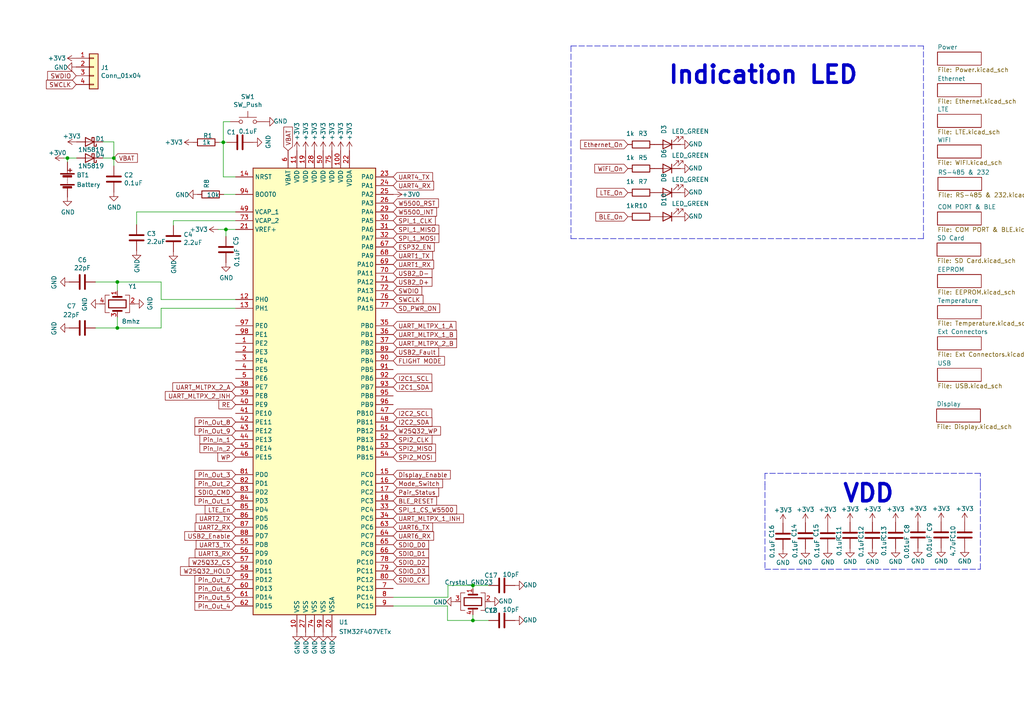
<source format=kicad_sch>
(kicad_sch (version 20211123) (generator eeschema)
  (paper "A4")
  (lib_symbols
    (symbol "Connector_Generic:Conn_01x04" (pin_names (offset 1.016) hide)
      (property "Reference" "J" (at 0 5.08 0))
      (property "Value" "Conn_01x04" (at 0 -7.62 0))
      (symbol "Conn_01x04_1_1"
        (rectangle (start -1.27 -4.953) (end 0 -5.207) (stroke (width 0.1524)))
        (rectangle (start -1.27 -2.413) (end 0 -2.667) (stroke (width 0.1524)))
        (rectangle (start -1.27 0.127) (end 0 -0.127) (stroke (width 0.1524)))
        (rectangle (start -1.27 2.667) (end 0 2.413) (stroke (width 0.1524)))
        (rectangle (start -1.27 3.81) (end 1.27 -6.35) (stroke (width 0.254)) (fill (type background)))
        (pin passive line (at -5.08 2.54 0) (length 3.81) (name "Pin_1") (number "1"))
        (pin passive line (at -5.08 0 0) (length 3.81) (name "Pin_2") (number "2"))
        (pin passive line (at -5.08 -2.54 0) (length 3.81) (name "Pin_3") (number "3"))
        (pin passive line (at -5.08 -5.08 0) (length 3.81) (name "Pin_4") (number "4"))
      )
    )
    (symbol "Device:Battery" (pin_numbers hide) (pin_names (offset 0) hide)
      (property "Reference" "BT" (at 2.54 2.54 0))
      (property "Value" "Battery" (at 2.54 0 0))
      (symbol "Battery_0_1"
        (rectangle (start -2.032 -1.397) (end 2.032 -1.651) (fill (type outline)))
        (rectangle (start -2.032 1.778) (end 2.032 1.524) (fill (type outline)))
        (rectangle (start -1.3208 -1.9812) (end 1.27 -2.4892) (fill (type outline)))
        (rectangle (start -1.3208 1.1938) (end 1.27 0.6858) (fill (type outline)))
        (polyline (pts (xy 0 -1.524) (xy 0 -1.27)))
        (polyline (pts (xy 0 -1.016) (xy 0 -0.762)))
        (polyline (pts (xy 0 -0.508) (xy 0 -0.254)))
        (polyline (pts (xy 0 0) (xy 0 0.254)))
        (polyline (pts (xy 0 0.508) (xy 0 0.762)))
        (polyline (pts (xy 0 1.778) (xy 0 2.54)))
        (polyline (pts (xy 0.254 2.667) (xy 1.27 2.667)) (stroke (width 0.254)))
        (polyline (pts (xy 0.762 3.175) (xy 0.762 2.159)) (stroke (width 0.254)))
      )
      (symbol "Battery_1_1"
        (pin passive line (at 0 5.08 270) (length 2.54) (name "+") (number "1"))
        (pin passive line (at 0 -5.08 90) (length 2.54) (name "-") (number "2"))
      )
    )
    (symbol "Device:C" (pin_numbers hide) (pin_names (offset 0.254))
      (property "Reference" "C" (at 0.635 2.54 0))
      (property "Value" "C" (at 0.635 -2.54 0))
      (symbol "C_0_1"
        (polyline (pts (xy -2.032 -0.762) (xy 2.032 -0.762)) (stroke (width 0.508)))
        (polyline (pts (xy -2.032 0.762) (xy 2.032 0.762)) (stroke (width 0.508)))
      )
      (symbol "C_1_1"
        (pin passive line (at 0 3.81 270) (length 2.794) (name "~") (number "1"))
        (pin passive line (at 0 -3.81 90) (length 2.794) (name "~") (number "2"))
      )
    )
    (symbol "Device:Crystal_GND23" (pin_names (offset 1.016) hide)
      (property "Reference" "Y" (at 3.175 5.08 0))
      (property "Value" "Crystal_GND23" (at 3.175 3.175 0))
      (symbol "Crystal_GND23_0_1"
        (rectangle (start -1.143 2.54) (end 1.143 -2.54) (stroke (width 0.3048)))
        (polyline (pts (xy -2.54 0) (xy -2.032 0)))
        (polyline (pts (xy -2.032 -1.27) (xy -2.032 1.27)) (stroke (width 0.508)))
        (polyline (pts (xy 0 -3.81) (xy 0 -3.556)))
        (polyline (pts (xy 0 3.556) (xy 0 3.81)))
        (polyline (pts (xy 2.032 -1.27) (xy 2.032 1.27)) (stroke (width 0.508)))
        (polyline (pts (xy 2.032 0) (xy 2.54 0)))
        (polyline (pts (xy -2.54 -2.286) (xy -2.54 -3.556) (xy 2.54 -3.556) (xy 2.54 -2.286)))
        (polyline (pts (xy -2.54 2.286) (xy -2.54 3.556) (xy 2.54 3.556) (xy 2.54 2.286)))
      )
      (symbol "Crystal_GND23_1_1"
        (pin passive line (at -3.81 0 0) (length 1.27) (name "1") (number "1"))
        (pin passive line (at 0 5.08 270) (length 1.27) (name "2") (number "2"))
        (pin passive line (at 0 -5.08 90) (length 1.27) (name "3") (number "3"))
        (pin passive line (at 3.81 0 180) (length 1.27) (name "4") (number "4"))
      )
    )
    (symbol "Device:Crystal_GND24" (pin_names (offset 1.016) hide)
      (property "Reference" "Y" (at 3.175 5.08 0))
      (property "Value" "Crystal_GND24" (at 3.175 3.175 0))
      (symbol "Crystal_GND24_0_1"
        (rectangle (start -1.143 2.54) (end 1.143 -2.54) (stroke (width 0.3048)))
        (polyline (pts (xy -2.54 0) (xy -2.032 0)))
        (polyline (pts (xy -2.032 -1.27) (xy -2.032 1.27)) (stroke (width 0.508)))
        (polyline (pts (xy 0 -3.81) (xy 0 -3.556)))
        (polyline (pts (xy 0 3.556) (xy 0 3.81)))
        (polyline (pts (xy 2.032 -1.27) (xy 2.032 1.27)) (stroke (width 0.508)))
        (polyline (pts (xy 2.032 0) (xy 2.54 0)))
        (polyline (pts (xy -2.54 -2.286) (xy -2.54 -3.556) (xy 2.54 -3.556) (xy 2.54 -2.286)))
        (polyline (pts (xy -2.54 2.286) (xy -2.54 3.556) (xy 2.54 3.556) (xy 2.54 2.286)))
      )
      (symbol "Crystal_GND24_1_1"
        (pin passive line (at -3.81 0 0) (length 1.27) (name "1") (number "1"))
        (pin passive line (at 0 5.08 270) (length 1.27) (name "2") (number "2"))
        (pin passive line (at 3.81 0 180) (length 1.27) (name "3") (number "3"))
        (pin passive line (at 0 -5.08 90) (length 1.27) (name "4") (number "4"))
      )
    )
    (symbol "Device:LED" (pin_numbers hide) (pin_names (offset 1.016) hide)
      (property "Reference" "D" (at 0 2.54 0))
      (property "Value" "LED" (at 0 -2.54 0))
      (symbol "LED_0_1"
        (polyline (pts (xy -1.27 -1.27) (xy -1.27 1.27)) (stroke (width 0.254)))
        (polyline (pts (xy -1.27 0) (xy 1.27 0)))
        (polyline (pts (xy 1.27 -1.27) (xy 1.27 1.27) (xy -1.27 0) (xy 1.27 -1.27)) (stroke (width 0.254)))
        (polyline (pts (xy -3.048 -0.762) (xy -4.572 -2.286) (xy -3.81 -2.286) (xy -4.572 -2.286) (xy -4.572 -1.524)))
        (polyline (pts (xy -1.778 -0.762) (xy -3.302 -2.286) (xy -2.54 -2.286) (xy -3.302 -2.286) (xy -3.302 -1.524)))
      )
      (symbol "LED_1_1"
        (pin passive line (at -3.81 0 0) (length 2.54) (name "K") (number "1"))
        (pin passive line (at 3.81 0 180) (length 2.54) (name "A") (number "2"))
      )
    )
    (symbol "Device:R" (pin_numbers hide) (pin_names (offset 0))
      (property "Reference" "R" (at 2.032 0 90))
      (property "Value" "R" (at 0 0 90))
      (symbol "R_0_1"
        (rectangle (start -1.016 -2.54) (end 1.016 2.54) (stroke (width 0.254)))
      )
      (symbol "R_1_1"
        (pin passive line (at 0 3.81 270) (length 1.27) (name "~") (number "1"))
        (pin passive line (at 0 -3.81 90) (length 1.27) (name "~") (number "2"))
      )
    )
    (symbol "Diode:1N5819" (pin_numbers hide) (pin_names (offset 1.016) hide)
      (property "Reference" "D" (at 0 2.54 0))
      (property "Value" "1N5819" (at 0 -2.54 0))
      (symbol "1N5819_0_1"
        (polyline (pts (xy 1.27 0) (xy -1.27 0)))
        (polyline (pts (xy 1.27 1.27) (xy 1.27 -1.27) (xy -1.27 0) (xy 1.27 1.27)) (stroke (width 0.254)))
        (polyline (pts (xy -1.905 0.635) (xy -1.905 1.27) (xy -1.27 1.27) (xy -1.27 -1.27) (xy -0.635 -1.27) (xy -0.635 -0.635)) (stroke (width 0.254)))
      )
      (symbol "1N5819_1_1"
        (pin passive line (at -3.81 0 0) (length 2.54) (name "K") (number "1"))
        (pin passive line (at 3.81 0 180) (length 2.54) (name "A") (number "2"))
      )
    )
    (symbol "MCU_ST_STM32F4:STM32F407VETx"
      (property "Reference" "U" (at -17.78 64.77 0))
      (property "Value" "STM32F407VETx" (at 12.7 64.77 0))
      (symbol "STM32F407VETx_0_1"
        (rectangle (start -17.78 -66.04) (end 17.78 63.5) (stroke (width 0.254)) (fill (type background)))
      )
      (symbol "STM32F407VETx_1_1"
        (pin bidirectional line (at -22.86 12.7 0) (length 5.08) (name "PE2") (number "1"))
        (pin power_in line (at -5.08 -71.12 90) (length 5.08) (name "VSS") (number "10"))
        (pin power_in line (at 7.62 68.58 270) (length 5.08) (name "VDD") (number "100"))
        (pin power_in line (at -5.08 68.58 270) (length 5.08) (name "VDD") (number "11"))
        (pin input line (at -22.86 25.4 0) (length 5.08) (name "PH0") (number "12"))
        (pin input line (at -22.86 22.86 0) (length 5.08) (name "PH1") (number "13"))
        (pin input line (at -22.86 60.96 0) (length 5.08) (name "NRST") (number "14"))
        (pin bidirectional line (at 22.86 -25.4 180) (length 5.08) (name "PC0") (number "15"))
        (pin bidirectional line (at 22.86 -27.94 180) (length 5.08) (name "PC1") (number "16"))
        (pin bidirectional line (at 22.86 -30.48 180) (length 5.08) (name "PC2") (number "17"))
        (pin bidirectional line (at 22.86 -33.02 180) (length 5.08) (name "PC3") (number "18"))
        (pin power_in line (at -2.54 68.58 270) (length 5.08) (name "VDD") (number "19"))
        (pin bidirectional line (at -22.86 10.16 0) (length 5.08) (name "PE3") (number "2"))
        (pin power_in line (at 5.08 -71.12 90) (length 5.08) (name "VSSA") (number "20"))
        (pin power_in line (at -22.86 45.72 0) (length 5.08) (name "VREF+") (number "21"))
        (pin power_in line (at 10.16 68.58 270) (length 5.08) (name "VDDA") (number "22"))
        (pin bidirectional line (at 22.86 60.96 180) (length 5.08) (name "PA0") (number "23"))
        (pin bidirectional line (at 22.86 58.42 180) (length 5.08) (name "PA1") (number "24"))
        (pin bidirectional line (at 22.86 55.88 180) (length 5.08) (name "PA2") (number "25"))
        (pin bidirectional line (at 22.86 53.34 180) (length 5.08) (name "PA3") (number "26"))
        (pin power_in line (at -2.54 -71.12 90) (length 5.08) (name "VSS") (number "27"))
        (pin power_in line (at 0 68.58 270) (length 5.08) (name "VDD") (number "28"))
        (pin bidirectional line (at 22.86 50.8 180) (length 5.08) (name "PA4") (number "29"))
        (pin bidirectional line (at -22.86 7.62 0) (length 5.08) (name "PE4") (number "3"))
        (pin bidirectional line (at 22.86 48.26 180) (length 5.08) (name "PA5") (number "30"))
        (pin bidirectional line (at 22.86 45.72 180) (length 5.08) (name "PA6") (number "31"))
        (pin bidirectional line (at 22.86 43.18 180) (length 5.08) (name "PA7") (number "32"))
        (pin bidirectional line (at 22.86 -35.56 180) (length 5.08) (name "PC4") (number "33"))
        (pin bidirectional line (at 22.86 -38.1 180) (length 5.08) (name "PC5") (number "34"))
        (pin bidirectional line (at 22.86 17.78 180) (length 5.08) (name "PB0") (number "35"))
        (pin bidirectional line (at 22.86 15.24 180) (length 5.08) (name "PB1") (number "36"))
        (pin bidirectional line (at 22.86 12.7 180) (length 5.08) (name "PB2") (number "37"))
        (pin bidirectional line (at -22.86 0 0) (length 5.08) (name "PE7") (number "38"))
        (pin bidirectional line (at -22.86 -2.54 0) (length 5.08) (name "PE8") (number "39"))
        (pin bidirectional line (at -22.86 5.08 0) (length 5.08) (name "PE5") (number "4"))
        (pin bidirectional line (at -22.86 -5.08 0) (length 5.08) (name "PE9") (number "40"))
        (pin bidirectional line (at -22.86 -7.62 0) (length 5.08) (name "PE10") (number "41"))
        (pin bidirectional line (at -22.86 -10.16 0) (length 5.08) (name "PE11") (number "42"))
        (pin bidirectional line (at -22.86 -12.7 0) (length 5.08) (name "PE12") (number "43"))
        (pin bidirectional line (at -22.86 -15.24 0) (length 5.08) (name "PE13") (number "44"))
        (pin bidirectional line (at -22.86 -17.78 0) (length 5.08) (name "PE14") (number "45"))
        (pin bidirectional line (at -22.86 -20.32 0) (length 5.08) (name "PE15") (number "46"))
        (pin bidirectional line (at 22.86 -7.62 180) (length 5.08) (name "PB10") (number "47"))
        (pin bidirectional line (at 22.86 -10.16 180) (length 5.08) (name "PB11") (number "48"))
        (pin power_in line (at -22.86 50.8 0) (length 5.08) (name "VCAP_1") (number "49"))
        (pin bidirectional line (at -22.86 2.54 0) (length 5.08) (name "PE6") (number "5"))
        (pin power_in line (at 2.54 68.58 270) (length 5.08) (name "VDD") (number "50"))
        (pin bidirectional line (at 22.86 -12.7 180) (length 5.08) (name "PB12") (number "51"))
        (pin bidirectional line (at 22.86 -15.24 180) (length 5.08) (name "PB13") (number "52"))
        (pin bidirectional line (at 22.86 -17.78 180) (length 5.08) (name "PB14") (number "53"))
        (pin bidirectional line (at 22.86 -20.32 180) (length 5.08) (name "PB15") (number "54"))
        (pin bidirectional line (at -22.86 -45.72 0) (length 5.08) (name "PD8") (number "55"))
        (pin bidirectional line (at -22.86 -48.26 0) (length 5.08) (name "PD9") (number "56"))
        (pin bidirectional line (at -22.86 -50.8 0) (length 5.08) (name "PD10") (number "57"))
        (pin bidirectional line (at -22.86 -53.34 0) (length 5.08) (name "PD11") (number "58"))
        (pin bidirectional line (at -22.86 -55.88 0) (length 5.08) (name "PD12") (number "59"))
        (pin power_in line (at -7.62 68.58 270) (length 5.08) (name "VBAT") (number "6"))
        (pin bidirectional line (at -22.86 -58.42 0) (length 5.08) (name "PD13") (number "60"))
        (pin bidirectional line (at -22.86 -60.96 0) (length 5.08) (name "PD14") (number "61"))
        (pin bidirectional line (at -22.86 -63.5 0) (length 5.08) (name "PD15") (number "62"))
        (pin bidirectional line (at 22.86 -40.64 180) (length 5.08) (name "PC6") (number "63"))
        (pin bidirectional line (at 22.86 -43.18 180) (length 5.08) (name "PC7") (number "64"))
        (pin bidirectional line (at 22.86 -45.72 180) (length 5.08) (name "PC8") (number "65"))
        (pin bidirectional line (at 22.86 -48.26 180) (length 5.08) (name "PC9") (number "66"))
        (pin bidirectional line (at 22.86 40.64 180) (length 5.08) (name "PA8") (number "67"))
        (pin bidirectional line (at 22.86 38.1 180) (length 5.08) (name "PA9") (number "68"))
        (pin bidirectional line (at 22.86 35.56 180) (length 5.08) (name "PA10") (number "69"))
        (pin bidirectional line (at 22.86 -58.42 180) (length 5.08) (name "PC13") (number "7"))
        (pin bidirectional line (at 22.86 33.02 180) (length 5.08) (name "PA11") (number "70"))
        (pin bidirectional line (at 22.86 30.48 180) (length 5.08) (name "PA12") (number "71"))
        (pin bidirectional line (at 22.86 27.94 180) (length 5.08) (name "PA13") (number "72"))
        (pin power_in line (at -22.86 48.26 0) (length 5.08) (name "VCAP_2") (number "73"))
        (pin power_in line (at 0 -71.12 90) (length 5.08) (name "VSS") (number "74"))
        (pin power_in line (at 5.08 68.58 270) (length 5.08) (name "VDD") (number "75"))
        (pin bidirectional line (at 22.86 25.4 180) (length 5.08) (name "PA14") (number "76"))
        (pin bidirectional line (at 22.86 22.86 180) (length 5.08) (name "PA15") (number "77"))
        (pin bidirectional line (at 22.86 -50.8 180) (length 5.08) (name "PC10") (number "78"))
        (pin bidirectional line (at 22.86 -53.34 180) (length 5.08) (name "PC11") (number "79"))
        (pin bidirectional line (at 22.86 -60.96 180) (length 5.08) (name "PC14") (number "8"))
        (pin bidirectional line (at 22.86 -55.88 180) (length 5.08) (name "PC12") (number "80"))
        (pin bidirectional line (at -22.86 -25.4 0) (length 5.08) (name "PD0") (number "81"))
        (pin bidirectional line (at -22.86 -27.94 0) (length 5.08) (name "PD1") (number "82"))
        (pin bidirectional line (at -22.86 -30.48 0) (length 5.08) (name "PD2") (number "83"))
        (pin bidirectional line (at -22.86 -33.02 0) (length 5.08) (name "PD3") (number "84"))
        (pin bidirectional line (at -22.86 -35.56 0) (length 5.08) (name "PD4") (number "85"))
        (pin bidirectional line (at -22.86 -38.1 0) (length 5.08) (name "PD5") (number "86"))
        (pin bidirectional line (at -22.86 -40.64 0) (length 5.08) (name "PD6") (number "87"))
        (pin bidirectional line (at -22.86 -43.18 0) (length 5.08) (name "PD7") (number "88"))
        (pin bidirectional line (at 22.86 10.16 180) (length 5.08) (name "PB3") (number "89"))
        (pin bidirectional line (at 22.86 -63.5 180) (length 5.08) (name "PC15") (number "9"))
        (pin bidirectional line (at 22.86 7.62 180) (length 5.08) (name "PB4") (number "90"))
        (pin bidirectional line (at 22.86 5.08 180) (length 5.08) (name "PB5") (number "91"))
        (pin bidirectional line (at 22.86 2.54 180) (length 5.08) (name "PB6") (number "92"))
        (pin bidirectional line (at 22.86 0 180) (length 5.08) (name "PB7") (number "93"))
        (pin input line (at -22.86 55.88 0) (length 5.08) (name "BOOT0") (number "94"))
        (pin bidirectional line (at 22.86 -2.54 180) (length 5.08) (name "PB8") (number "95"))
        (pin bidirectional line (at 22.86 -5.08 180) (length 5.08) (name "PB9") (number "96"))
        (pin bidirectional line (at -22.86 17.78 0) (length 5.08) (name "PE0") (number "97"))
        (pin bidirectional line (at -22.86 15.24 0) (length 5.08) (name "PE1") (number "98"))
        (pin power_in line (at 2.54 -71.12 90) (length 5.08) (name "VSS") (number "99"))
      )
    )
    (symbol "Switch:SW_Push" (pin_numbers hide) (pin_names (offset 1.016) hide)
      (property "Reference" "SW" (at 1.27 2.54 0))
      (property "Value" "SW_Push" (at 0 -1.524 0))
      (symbol "SW_Push_0_1"
        (circle (center -2.032 0) (radius 0.508))
        (polyline (pts (xy 0 1.27) (xy 0 3.048)))
        (polyline (pts (xy 2.54 1.27) (xy -2.54 1.27)))
        (circle (center 2.032 0) (radius 0.508))
        (pin passive line (at -5.08 0 0) (length 2.54) (name "1") (number "1"))
        (pin passive line (at 5.08 0 180) (length 2.54) (name "2") (number "2"))
      )
    )
    (symbol "power:+3.3V" (power) (pin_names (offset 0))
      (property "Value" "+3.3V" (at 0 3.556 0))
      (symbol "+3.3V_0_1"
        (polyline (pts (xy -0.762 1.27) (xy 0 2.54)))
        (polyline (pts (xy 0 0) (xy 0 2.54)))
        (polyline (pts (xy 0 2.54) (xy 0.762 1.27)))
      )
      (symbol "+3.3V_1_1"
        (pin power_in line (at 0 0 90) (length 0) hide (name "+3V3") (number "1"))
      )
    )
    (symbol "power:+3V0" (power) (pin_names (offset 0))
      (property "Value" "+3V0" (at 0 3.556 0))
      (symbol "+3V0_0_1"
        (polyline (pts (xy -0.762 1.27) (xy 0 2.54)))
        (polyline (pts (xy 0 0) (xy 0 2.54)))
        (polyline (pts (xy 0 2.54) (xy 0.762 1.27)))
      )
      (symbol "+3V0_1_1"
        (pin power_in line (at 0 0 90) (length 0) hide (name "+3V0") (number "1"))
      )
    )
    (symbol "power:GND" (power) (pin_names (offset 0))
      (property "Value" "GND" (at 0 -3.81 0))
      (symbol "GND_0_1"
        (polyline (pts (xy 0 0) (xy 0 -1.27) (xy 1.27 -1.27) (xy 0 -2.54) (xy -1.27 -1.27) (xy 0 -1.27)))
      )
      (symbol "GND_1_1"
        (pin power_in line (at 0 0 270) (length 0) hide (name "GND") (number "1"))
      )
    )
  )
  (junction (at 34.036 95.123))
  (junction (at 33.02 45.847))
  (junction (at 137.16 179.959))
  (junction (at 65.532 66.548))
  (junction (at 64.77 41.275))
  (junction (at 34.036 81.788))
  (junction (at 19.558 45.847))
  (junction (at 137.16 169.799))
  (wire (pts (xy 129.921 169.799) (xy 137.16 169.799)))
  (wire (pts (xy 129.794 179.959) (xy 137.16 179.959)))
  (wire (pts (xy 65.532 66.548) (xy 68.326 66.548)))
  (polyline (pts (xy 165.608 69.215) (xy 267.843 69.215)))
  (wire (pts (xy 39.624 61.468) (xy 39.624 65.151)))
  (wire (pts (xy 46.736 81.788) (xy 34.036 81.788)))
  (polyline (pts (xy 221.869 140.462) (xy 221.869 149.352)))
  (wire (pts (xy 29.845 41.148) (xy 33.02 41.148)))
  (wire (pts (xy 68.326 89.408) (xy 46.736 89.408)))
  (wire (pts (xy 63.627 41.275) (xy 64.77 41.275)))
  (wire (pts (xy 66.802 35.306) (xy 64.77 35.306)))
  (wire (pts (xy 46.736 89.408) (xy 46.736 95.123)))
  (wire (pts (xy 33.02 45.847) (xy 29.845 45.847)))
  (wire (pts (xy 50.292 64.008) (xy 50.292 65.405)))
  (polyline (pts (xy 221.869 165.1) (xy 284.353 165.1)))
  (wire (pts (xy 137.16 179.959) (xy 137.16 178.308)))
  (wire (pts (xy 18.542 45.847) (xy 19.558 45.847)))
  (polyline (pts (xy 165.608 13.335) (xy 165.608 69.215)))
  (wire (pts (xy 19.558 45.847) (xy 22.225 45.847)))
  (wire (pts (xy 46.736 86.868) (xy 46.736 81.788)))
  (wire (pts (xy 34.036 95.123) (xy 34.036 91.948)))
  (wire (pts (xy 64.77 51.308) (xy 64.77 41.275)))
  (wire (pts (xy 68.326 64.008) (xy 50.292 64.008)))
  (polyline (pts (xy 284.353 140.462) (xy 284.353 137.287)))
  (wire (pts (xy 68.326 61.468) (xy 39.624 61.468)))
  (wire (pts (xy 33.02 41.148) (xy 33.02 45.847)))
  (wire (pts (xy 141.732 169.799) (xy 137.16 169.799)))
  (wire (pts (xy 64.897 56.388) (xy 68.326 56.388)))
  (wire (pts (xy 34.036 81.788) (xy 34.036 84.328)))
  (wire (pts (xy 141.732 179.959) (xy 137.16 179.959)))
  (wire (pts (xy 19.558 45.847) (xy 19.558 46.99)))
  (polyline (pts (xy 221.869 149.352) (xy 221.869 165.1)))
  (wire (pts (xy 64.77 35.306) (xy 64.77 41.275)))
  (wire (pts (xy 46.736 95.123) (xy 34.036 95.123)))
  (wire (pts (xy 65.532 66.548) (xy 65.532 68.58)))
  (wire (pts (xy 114.046 175.768) (xy 129.794 175.768)))
  (polyline (pts (xy 267.843 69.215) (xy 267.843 13.335)))
  (polyline (pts (xy 221.869 137.287) (xy 221.869 140.462)))
  (wire (pts (xy 64.77 41.275) (xy 65.786 41.275)))
  (wire (pts (xy 63.246 66.548) (xy 65.532 66.548)))
  (wire (pts (xy 68.326 86.868) (xy 46.736 86.868)))
  (wire (pts (xy 27.686 81.788) (xy 34.036 81.788)))
  (polyline (pts (xy 284.353 165.1) (xy 284.353 140.462)))
  (wire (pts (xy 129.921 173.228) (xy 129.921 169.799)))
  (wire (pts (xy 137.16 169.799) (xy 137.16 170.688)))
  (wire (pts (xy 27.686 95.123) (xy 34.036 95.123)))
  (wire (pts (xy 68.326 51.308) (xy 64.77 51.308)))
  (polyline (pts (xy 267.843 13.335) (xy 165.608 13.335)))
  (wire (pts (xy 33.02 45.847) (xy 33.02 48.133)))
  (polyline (pts (xy 284.353 137.287) (xy 221.869 137.287)))
  (wire (pts (xy 114.046 173.228) (xy 129.921 173.228)))
  (wire (pts (xy 129.794 175.768) (xy 129.794 179.959)))
  (text "VDD" (at 244.094 146.177 0) (effects (font (size 5 5) (thickness 1) bold) (justify left bottom)))
  (text "Indication LED" (at 193.548 24.765 0) (effects (font (size 5.0038 5.0038) (thickness 1.0008) bold) (justify left bottom)))
  (global_label "W25Q32_CS" (shape input) (at 68.326 163.068 180) (property "Intersheet References" "${INTERSHEET_REFS}" (effects hide)))
  (global_label "Pin_Out_1" (shape input) (at 68.326 145.288 180) (property "Intersheet References" "${INTERSHEET_REFS}" (effects hide)))
  (global_label "SDIO_CK" (shape input) (at 114.046 168.148 0) (property "Intersheet References" "${INTERSHEET_REFS}" (effects hide)))
  (global_label "VBAT" (shape input) (at 33.02 45.847 0) (property "Intersheet References" "${INTERSHEET_REFS}" (effects hide)))
  (global_label "ESP32_EN" (shape input) (at 114.046 71.628 0) (property "Intersheet References" "${INTERSHEET_REFS}" (effects hide)))
  (global_label "SDIO_D2" (shape input) (at 114.046 163.068 0) (property "Intersheet References" "${INTERSHEET_REFS}" (effects hide)))
  (global_label "UART6_TX" (shape input) (at 114.046 152.908 0) (property "Intersheet References" "${INTERSHEET_REFS}" (effects hide)))
  (global_label "UART1_RX" (shape input) (at 114.046 76.708 0) (property "Intersheet References" "${INTERSHEET_REFS}" (effects hide)))
  (global_label "Pin_In_2" (shape input) (at 68.326 130.048 180) (property "Intersheet References" "${INTERSHEET_REFS}" (effects hide)))
  (global_label "I2C1_SDA" (shape input) (at 114.046 112.268 0) (property "Intersheet References" "${INTERSHEET_REFS}" (effects hide)))
  (global_label "LTE_RXD" (shape input) (at 161.036 -41.656 180) (property "Intersheet References" "${INTERSHEET_REFS}" (effects hide)))
  (global_label "I2C2_SDA" (shape input) (at 114.046 122.428 0) (property "Intersheet References" "${INTERSHEET_REFS}" (effects hide)))
  (global_label "UART_MLTPX_2_INH" (shape input) (at 68.326 114.808 180) (property "Intersheet References" "${INTERSHEET_REFS}" (effects hide)))
  (global_label "SD_PWR_ON" (shape input) (at 114.046 89.408 0) (property "Intersheet References" "${INTERSHEET_REFS}" (effects hide)))
  (global_label "I2C1_SCL" (shape input) (at 114.046 109.728 0) (property "Intersheet References" "${INTERSHEET_REFS}" (effects hide)))
  (global_label "UART_MLTPX_1_RX" (shape input) (at 161.036 -34.036 180) (property "Intersheet References" "${INTERSHEET_REFS}" (effects hide)))
  (global_label "VBAT" (shape input) (at 83.566 43.688 90) (property "Intersheet References" "${INTERSHEET_REFS}" (effects hide)))
  (global_label "SWDIO" (shape input) (at 114.046 84.328 0) (property "Intersheet References" "${INTERSHEET_REFS}" (effects hide)))
  (global_label "Pin_Out_2" (shape input) (at 68.326 140.208 180) (property "Intersheet References" "${INTERSHEET_REFS}" (effects hide)))
  (global_label "Pin_Out_6" (shape input) (at 68.326 170.688 180) (property "Intersheet References" "${INTERSHEET_REFS}" (effects hide)))
  (global_label "Pin_Out_8" (shape input) (at 68.326 122.428 180) (property "Intersheet References" "${INTERSHEET_REFS}" (effects hide)))
  (global_label "DWIN_Rx" (shape input) (at 204.597 -125.603 0) (property "Intersheet References" "${INTERSHEET_REFS}" (effects hide)))
  (global_label "Pin_In_1" (shape input) (at 68.326 127.508 180) (property "Intersheet References" "${INTERSHEET_REFS}" (effects hide)))
  (global_label "Pair_Status" (shape input) (at 114.046 142.748 0) (property "Intersheet References" "${INTERSHEET_REFS}" (effects hide)))
  (global_label "LTE_On" (shape input) (at 182.118 55.88 180) (property "Intersheet References" "${INTERSHEET_REFS}" (effects hide)))
  (global_label "SPI2_MOSI" (shape input) (at 114.046 132.588 0) (property "Intersheet References" "${INTERSHEET_REFS}" (effects hide)))
  (global_label "SPI_1_MOSI" (shape input) (at 114.046 69.088 0) (property "Intersheet References" "${INTERSHEET_REFS}" (effects hide)))
  (global_label "W25Q32_WP" (shape input) (at 114.046 124.968 0) (property "Intersheet References" "${INTERSHEET_REFS}" (effects hide)))
  (global_label "USB2_Enable" (shape input) (at 68.326 155.448 180) (property "Intersheet References" "${INTERSHEET_REFS}" (effects hide)))
  (global_label "SWDIO" (shape input) (at 22.098 21.971 180) (property "Intersheet References" "${INTERSHEET_REFS}" (effects hide)))
  (global_label "SDIO_D3" (shape input) (at 114.046 165.608 0) (property "Intersheet References" "${INTERSHEET_REFS}" (effects hide)))
  (global_label "UART_MLTPX_2_B" (shape input) (at 114.046 99.568 0) (property "Intersheet References" "${INTERSHEET_REFS}" (effects hide)))
  (global_label "SPI_1_MISO" (shape input) (at 114.046 66.548 0) (property "Intersheet References" "${INTERSHEET_REFS}" (effects hide)))
  (global_label "W5500_RST" (shape input) (at 114.046 58.928 0) (property "Intersheet References" "${INTERSHEET_REFS}" (effects hide)))
  (global_label "UART1_TX" (shape input) (at 114.046 74.168 0) (property "Intersheet References" "${INTERSHEET_REFS}" (effects hide)))
  (global_label "LTE_En" (shape input) (at 68.326 147.828 180) (property "Intersheet References" "${INTERSHEET_REFS}" (effects hide)))
  (global_label "UART_MLTPX_1_B" (shape input) (at 114.046 97.028 0) (property "Intersheet References" "${INTERSHEET_REFS}" (effects hide)))
  (global_label "I2C2_SCL" (shape input) (at 114.046 119.888 0) (property "Intersheet References" "${INTERSHEET_REFS}" (effects hide)))
  (global_label "SPI_1_CLK" (shape input) (at 114.046 64.008 0) (property "Intersheet References" "${INTERSHEET_REFS}" (effects hide)))
  (global_label "SPI_1_CS_W5500" (shape input) (at 114.046 147.828 0) (property "Intersheet References" "${INTERSHEET_REFS}" (effects hide)))
  (global_label "LTE_On" (shape input) (at 161.036 -87.376 180) (property "Intersheet References" "${INTERSHEET_REFS}" (effects hide)))
  (global_label "FLIGHT MODE" (shape input) (at 114.046 104.648 0) (property "Intersheet References" "${INTERSHEET_REFS}" (effects hide)))
  (global_label "Display_Enable" (shape input) (at 114.046 137.668 0) (property "Intersheet References" "${INTERSHEET_REFS}" (effects hide)))
  (global_label "UART_MLTPX_1_INH" (shape input) (at 114.046 150.368 0) (property "Intersheet References" "${INTERSHEET_REFS}" (effects hide)))
  (global_label "Ethernet_On" (shape input) (at 161.036 -92.456 180) (property "Intersheet References" "${INTERSHEET_REFS}" (effects hide)))
  (global_label "ESP32_RXD" (shape input) (at 204.597 -24.003 0) (property "Intersheet References" "${INTERSHEET_REFS}" (effects hide)))
  (global_label "BLE_On" (shape input) (at 161.036 -84.836 180) (property "Intersheet References" "${INTERSHEET_REFS}" (effects hide)))
  (global_label "Pin_Out_3" (shape input) (at 68.326 137.668 180) (property "Intersheet References" "${INTERSHEET_REFS}" (effects hide)))
  (global_label "UART2_TX" (shape input) (at 68.326 150.368 180) (property "Intersheet References" "${INTERSHEET_REFS}" (effects hide)))
  (global_label "UART_MLTPX_2_A" (shape input) (at 68.326 112.268 180) (property "Intersheet References" "${INTERSHEET_REFS}" (effects hide)))
  (global_label "UART_MLTPX_2_TX" (shape input) (at 204.597 -105.283 0) (property "Intersheet References" "${INTERSHEET_REFS}" (effects hide)))
  (global_label "UART_MLTPX_2_RX" (shape input) (at 204.597 -102.743 0) (property "Intersheet References" "${INTERSHEET_REFS}" (effects hide)))
  (global_label "Pin_Out_4" (shape input) (at 68.326 175.768 180) (property "Intersheet References" "${INTERSHEET_REFS}" (effects hide)))
  (global_label "SPI2_CLK" (shape input) (at 114.046 127.508 0) (property "Intersheet References" "${INTERSHEET_REFS}" (effects hide)))
  (global_label "BLE_RESET" (shape input) (at 114.046 145.288 0) (property "Intersheet References" "${INTERSHEET_REFS}" (effects hide)))
  (global_label "UART2_RX" (shape input) (at 68.326 152.908 180) (property "Intersheet References" "${INTERSHEET_REFS}" (effects hide)))
  (global_label "ESP32_TXD" (shape input) (at 204.597 -26.543 0) (property "Intersheet References" "${INTERSHEET_REFS}" (effects hide)))
  (global_label "USB2_D-" (shape input) (at 114.046 79.248 0) (property "Intersheet References" "${INTERSHEET_REFS}" (effects hide)))
  (global_label "UART3_TX" (shape input) (at 68.326 157.988 180) (property "Intersheet References" "${INTERSHEET_REFS}" (effects hide)))
  (global_label "Pin_Out_5" (shape input) (at 68.326 173.228 180) (property "Intersheet References" "${INTERSHEET_REFS}" (effects hide)))
  (global_label "SDIO_D1" (shape input) (at 114.046 160.528 0) (property "Intersheet References" "${INTERSHEET_REFS}" (effects hide)))
  (global_label "UART4_RX" (shape input) (at 114.046 53.848 0) (property "Intersheet References" "${INTERSHEET_REFS}" (effects hide)))
  (global_label "RE" (shape input) (at 68.326 117.348 180) (property "Intersheet References" "${INTERSHEET_REFS}" (effects hide)))
  (global_label "WiFi_On" (shape input) (at 161.036 -89.916 180) (property "Intersheet References" "${INTERSHEET_REFS}" (effects hide)))
  (global_label "DWIN_Tx" (shape input) (at 204.597 -128.143 0) (property "Intersheet References" "${INTERSHEET_REFS}" (effects hide)))
  (global_label "UART3_RX" (shape input) (at 68.326 160.528 180) (property "Intersheet References" "${INTERSHEET_REFS}" (effects hide)))
  (global_label "Ethernet_On" (shape input) (at 182.118 41.91 180) (property "Intersheet References" "${INTERSHEET_REFS}" (effects hide)))
  (global_label "Pin_Out_9" (shape input) (at 68.326 124.968 180) (property "Intersheet References" "${INTERSHEET_REFS}" (effects hide)))
  (global_label "SWCLK" (shape input) (at 114.046 86.868 0) (property "Intersheet References" "${INTERSHEET_REFS}" (effects hide)))
  (global_label "UART_MLTPX_1_A" (shape input) (at 114.046 94.488 0) (property "Intersheet References" "${INTERSHEET_REFS}" (effects hide)))
  (global_label "SPI2_MISO" (shape input) (at 114.046 130.048 0) (property "Intersheet References" "${INTERSHEET_REFS}" (effects hide)))
  (global_label "UART_MLTPX_1_TX" (shape input) (at 161.036 -36.576 180) (property "Intersheet References" "${INTERSHEET_REFS}" (effects hide)))
  (global_label "SDIO_CMD" (shape input) (at 68.326 142.748 180) (property "Intersheet References" "${INTERSHEET_REFS}" (effects hide)))
  (global_label "LTE_TXD" (shape input) (at 161.036 -44.196 180) (property "Intersheet References" "${INTERSHEET_REFS}" (effects hide)))
  (global_label "W5500_INT" (shape input) (at 114.046 61.468 0) (property "Intersheet References" "${INTERSHEET_REFS}" (effects hide)))
  (global_label "USB2_D+" (shape input) (at 114.046 81.788 0) (property "Intersheet References" "${INTERSHEET_REFS}" (effects hide)))
  (global_label "SWCLK" (shape input) (at 22.098 24.511 180) (property "Intersheet References" "${INTERSHEET_REFS}" (effects hide)))
  (global_label "W25Q32_HOLD" (shape input) (at 68.326 165.608 180) (property "Intersheet References" "${INTERSHEET_REFS}" (effects hide)))
  (global_label "UART4_TX" (shape input) (at 114.046 51.308 0) (property "Intersheet References" "${INTERSHEET_REFS}" (effects hide)))
  (global_label "BLE_On" (shape input) (at 182.118 62.865 180) (property "Intersheet References" "${INTERSHEET_REFS}" (effects hide)))
  (global_label "WP" (shape input) (at 68.326 132.588 180) (property "Intersheet References" "${INTERSHEET_REFS}" (effects hide)))
  (global_label "Pin_Out_7" (shape input) (at 68.326 168.148 180) (property "Intersheet References" "${INTERSHEET_REFS}" (effects hide)))
  (global_label "USB2_Fault" (shape input) (at 114.046 102.108 0) (property "Intersheet References" "${INTERSHEET_REFS}" (effects hide)))
  (global_label "SDIO_D0" (shape input) (at 114.046 157.988 0) (property "Intersheet References" "${INTERSHEET_REFS}" (effects hide)))
  (global_label "UART6_RX" (shape input) (at 114.046 155.448 0) (property "Intersheet References" "${INTERSHEET_REFS}" (effects hide)))
  (global_label "WiFi_On" (shape input) (at 182.118 48.895 180) (property "Intersheet References" "${INTERSHEET_REFS}" (effects hide)))
  (global_label "Mode_Switch" (shape input) (at 114.046 140.208 0) (property "Intersheet References" "${INTERSHEET_REFS}" (effects hide)))
  (symbol (lib_id "Device:R") (at 185.928 41.91 90) (unit 1)
    (property "Reference" "R3" (at 187.833 38.735 90) (effects (justify left)))
    (property "Value" "1k" (at 184.023 38.735 90) (effects (justify left)))
    (property "Footprint" "Resistor_SMD:R_0603_1608Metric" (effects hide))
  )
  (symbol (lib_id "Device:LED") (at 193.548 41.91 180) (unit 1)
    (property "Reference" "D3" (at 192.5574 38.9128 90) (effects (justify right)))
    (property "Value" "LED_GREEN" (at 194.818 38.1 0) (effects (justify right)))
    (property "Footprint" "LED_SMD:LED_0603_1608Metric" (effects hide))
  )
  (symbol (lib_id "power:GND") (at 197.358 41.91 90) (unit 1)
    (property "Reference" "#PWR08" (effects hide))
    (property "Value" "GND" (at 201.7522 41.783 90))
  )
  (symbol (lib_id "Device:R") (at 185.928 48.895 90) (unit 1)
    (property "Reference" "R5" (at 187.833 45.72 90) (effects (justify left)))
    (property "Value" "1k" (at 184.023 45.72 90) (effects (justify left)))
    (property "Footprint" "Resistor_SMD:R_0603_1608Metric" (effects hide))
  )
  (symbol (lib_id "Device:LED") (at 193.548 48.895 180) (unit 1)
    (property "Reference" "D6" (at 192.5574 45.8978 90) (effects (justify right)))
    (property "Value" "LED_GREEN" (at 194.818 45.085 0) (effects (justify right)))
    (property "Footprint" "LED_SMD:LED_0603_1608Metric" (effects hide))
  )
  (symbol (lib_id "power:GND") (at 197.358 48.895 90) (unit 1)
    (property "Reference" "#PWR018" (effects hide))
    (property "Value" "GND" (at 201.7522 48.768 90))
  )
  (symbol (lib_id "Device:R") (at 185.928 55.88 90) (unit 1)
    (property "Reference" "R7" (at 187.833 52.705 90) (effects (justify left)))
    (property "Value" "1k" (at 184.023 52.705 90) (effects (justify left)))
    (property "Footprint" "Resistor_SMD:R_0603_1608Metric" (effects hide))
  )
  (symbol (lib_id "Device:LED") (at 193.548 55.88 180) (unit 1)
    (property "Reference" "D8" (at 192.5574 52.8828 90) (effects (justify right)))
    (property "Value" "LED_GREEN" (at 194.818 52.07 0) (effects (justify right)))
    (property "Footprint" "LED_SMD:LED_0603_1608Metric" (effects hide))
  )
  (symbol (lib_id "power:GND") (at 197.358 55.88 90) (unit 1)
    (property "Reference" "#PWR021" (effects hide))
    (property "Value" "GND" (at 201.7522 55.753 90))
  )
  (symbol (lib_id "Device:R") (at 185.928 62.865 90) (unit 1)
    (property "Reference" "R10" (at 187.833 59.69 90) (effects (justify left)))
    (property "Value" "1k" (at 184.023 59.69 90) (effects (justify left)))
    (property "Footprint" "Resistor_SMD:R_0603_1608Metric" (effects hide))
  )
  (symbol (lib_id "Device:LED") (at 193.548 62.865 180) (unit 1)
    (property "Reference" "D10" (at 192.5574 59.8678 90) (effects (justify right)))
    (property "Value" "LED_GREEN" (at 194.818 59.055 0) (effects (justify right)))
    (property "Footprint" "LED_SMD:LED_0603_1608Metric" (effects hide))
  )
  (symbol (lib_id "power:GND") (at 197.358 62.865 90) (unit 1)
    (property "Reference" "#PWR026" (effects hide))
    (property "Value" "GND" (at 201.7522 62.738 90))
  )
  (symbol (lib_id "Device:C") (at 259.7658 155.2702 180) (unit 1)
    (property "Reference" "C13" (at 256.3622 154.4828 90))
    (property "Value" "0.1uF" (at 256.3622 158.5468 90))
    (property "Footprint" "Capacitor_SMD:C_0603_1608Metric" (effects hide))
  )
  (symbol (lib_id "Device:C") (at 266.2428 155.1432 180) (unit 1)
    (property "Reference" "C8" (at 263.0424 153.3906 90))
    (property "Value" "0.01uF" (at 262.9662 158.8008 90))
    (property "Footprint" "Capacitor_SMD:C_0603_1608Metric" (effects hide))
  )
  (symbol (lib_id "power:+3.3V") (at 86.106 43.688 0) (unit 1)
    (property "Reference" "#PWR09" (effects hide))
    (property "Value" "+3.3V" (at 86.106 38.1 90))
  )
  (symbol (lib_id "power:+3.3V") (at 227.1014 151.7396 0) (unit 1)
    (property "Reference" "#PWR043" (effects hide))
    (property "Value" "+3.3V" (at 227.1014 147.9296 0))
  )
  (symbol (lib_id "power:GND") (at 88.646 183.388 0) (unit 1)
    (property "Reference" "#PWR058" (effects hide))
    (property "Value" "GND" (at 88.773 187.7822 90))
  )
  (symbol (lib_id "Device:C") (at 272.9738 155.1432 180) (unit 1)
    (property "Reference" "C9" (at 269.6464 152.8826 90))
    (property "Value" "0.01uF" (at 269.5702 158.4198 90))
    (property "Footprint" "Capacitor_SMD:C_0603_1608Metric" (effects hide))
  )
  (symbol (lib_id "power:GND") (at 19.558 57.15 0) (unit 1)
    (property "Reference" "#PWR024" (effects hide))
    (property "Value" "GND" (at 19.685 61.5442 0))
  )
  (symbol (lib_id "power:+3.3V") (at 266.2428 151.3332 0) (unit 1)
    (property "Reference" "#PWR035" (effects hide))
    (property "Value" "+3.3V" (at 266.2428 147.5232 0))
  )
  (symbol (lib_id "power:+3.3V") (at 101.346 43.688 0) (unit 1)
    (property "Reference" "#PWR015" (effects hide))
    (property "Value" "+3.3V" (at 101.346 38.1 90))
  )
  (symbol (lib_id "power:GND") (at 142.24 174.498 90) (unit 1)
    (property "Reference" "#PWR055" (effects hide))
    (property "Value" "GND" (at 146.6342 174.371 90))
  )
  (symbol (lib_id "power:+3.3V") (at 98.806 43.688 0) (unit 1)
    (property "Reference" "#PWR014" (effects hide))
    (property "Value" "+3.3V" (at 98.806 38.1 90))
  )
  (symbol (lib_id "Device:Battery") (at 19.558 52.07 0) (unit 1)
    (property "Reference" "BT1" (at 22.225 50.7805 0) (effects (justify left)))
    (property "Value" "Battery" (at 22.225 53.5556 0) (effects (justify left)))
    (property "Footprint" "Footprint:CR2032_Holder_Vertical" (effects hide))
  )
  (symbol (lib_id "power:GND") (at 132.08 174.498 270) (unit 1)
    (property "Reference" "#PWR054" (effects hide))
    (property "Value" "GND" (at 127.6858 174.625 90))
  )
  (symbol (lib_id "power:GND") (at 39.116 88.138 90) (unit 1)
    (property "Reference" "#PWR033" (effects hide))
    (property "Value" "GND" (at 43.5102 88.011 0))
  )
  (symbol (lib_id "Device:C") (at 227.1014 155.5496 180) (unit 1)
    (property "Reference" "C16" (at 223.8248 154.1272 90))
    (property "Value" "0.1uF" (at 223.9518 159.2072 90))
    (property "Footprint" "Capacitor_SMD:C_0603_1608Metric" (effects hide))
  )
  (symbol (lib_id "MCU_ST_STM32F4:STM32F407VETx") (at 91.186 112.268 0) (unit 1)
    (property "Reference" "U1" (at 98.2854 180.4575 0) (effects (justify left)))
    (property "Value" "STM32F407VETx" (at 98.2854 183.2326 0) (effects (justify left)))
    (property "Footprint" "Package_QFP:LQFP-100_14x14mm_P0.5mm" (effects hide))
    (property "Datasheet" "http://www.st.com/st-web-ui/static/active/en/resource/technical/document/datasheet/DM00037051.pdf" (effects hide))
  )
  (symbol (lib_id "Diode:1N5819") (at 26.035 45.847 180) (unit 1)
    (property "Reference" "D4" (at 27.686 44.958 0) (effects (justify right)))
    (property "Value" "1N5819" (at 22.606 48.133 0) (effects (justify right)))
    (property "Footprint" "Footprint:SOD-323" (effects hide))
    (property "Datasheet" "http://www.vishay.com/docs/88525/1n5817.pdf" (effects hide))
  )
  (symbol (lib_id "power:+3.3V") (at 93.726 43.688 0) (unit 1)
    (property "Reference" "#PWR012" (effects hide))
    (property "Value" "+3.3V" (at 93.726 38.1 90))
  )
  (symbol (lib_id "power:+3.3V") (at 272.9738 151.3332 0) (unit 1)
    (property "Reference" "#PWR036" (effects hide))
    (property "Value" "+3.3V" (at 272.9738 147.5232 0))
  )
  (symbol (lib_id "Device:R") (at 61.087 56.388 90) (unit 1)
    (property "Reference" "R8" (at 59.9186 54.61 0) (effects (justify left)))
    (property "Value" "10k" (at 63.627 56.515 90) (effects (justify left)))
    (property "Footprint" "Resistor_SMD:R_0603_1608Metric" (effects hide))
  )
  (symbol (lib_id "power:GND") (at 33.02 55.753 0) (unit 1)
    (property "Reference" "#PWR020" (effects hide))
    (property "Value" "GND" (at 33.147 60.1472 0))
  )
  (symbol (lib_id "Device:Crystal_GND23") (at 137.16 174.498 270) (unit 1)
    (property "Reference" "Y2" (at 144.145 177.038 90) (effects (justify right)))
    (property "Value" "Crystal_GND23" (at 143.002 168.91 90) (effects (justify right)))
    (property "Footprint" "Crystal:Crystal_SMD_SeikoEpson_MC306-4Pin_8.0x3.2mm" (effects hide))
  )
  (symbol (lib_id "power:GND") (at 259.7658 159.0802 0) (unit 1)
    (property "Reference" "#PWR049" (effects hide))
    (property "Value" "GND" (at 259.7658 162.8902 0))
  )
  (symbol (lib_id "power:GND") (at 149.352 169.799 90) (unit 1)
    (property "Reference" "#PWR053" (effects hide))
    (property "Value" "GND" (at 153.7462 169.672 90))
  )
  (symbol (lib_id "power:GND") (at 20.066 81.788 270) (unit 1)
    (property "Reference" "#PWR031" (effects hide))
    (property "Value" "GND" (at 15.6718 81.915 0))
  )
  (symbol (lib_id "power:GND") (at 39.624 72.771 0) (unit 1)
    (property "Reference" "#PWR028" (effects hide))
    (property "Value" "GND" (at 39.751 77.1652 90))
  )
  (symbol (lib_id "Device:C") (at 39.624 68.961 0) (unit 1)
    (property "Reference" "C3" (at 42.545 67.7926 0) (effects (justify left)))
    (property "Value" "2.2uF" (at 42.545 70.104 0) (effects (justify left)))
    (property "Footprint" "Capacitor_SMD:C_0805_2012Metric" (effects hide))
  )
  (symbol (lib_id "power:+3.3V") (at 246.5578 151.4602 0) (unit 1)
    (property "Reference" "#PWR038" (effects hide))
    (property "Value" "+3.3V" (at 246.5578 147.6502 0))
  )
  (symbol (lib_id "power:GND") (at 91.186 183.388 0) (unit 1)
    (property "Reference" "#PWR059" (effects hide))
    (property "Value" "GND" (at 91.313 187.7822 90))
  )
  (symbol (lib_id "Device:R") (at 59.817 41.275 270) (unit 1)
    (property "Reference" "R1" (at 58.928 39.37 90) (effects (justify left)))
    (property "Value" "1k" (at 58.674 41.275 90) (effects (justify left)))
    (property "Footprint" "Resistor_SMD:R_0603_1608Metric" (effects hide))
  )
  (symbol (lib_id "power:GND") (at 253.0348 159.0802 0) (unit 1)
    (property "Reference" "#PWR048" (effects hide))
    (property "Value" "GND" (at 253.0348 162.8902 0))
  )
  (symbol (lib_id "power:GND") (at 96.266 183.388 0) (unit 1)
    (property "Reference" "#PWR061" (effects hide))
    (property "Value" "GND" (at 96.393 187.7822 90))
  )
  (symbol (lib_id "Device:C") (at 50.292 69.215 0) (unit 1)
    (property "Reference" "C4" (at 53.213 68.0466 0) (effects (justify left)))
    (property "Value" "2.2uF" (at 53.213 70.358 0) (effects (justify left)))
    (property "Footprint" "Capacitor_SMD:C_0805_2012Metric" (effects hide))
  )
  (symbol (lib_id "power:+3.3V") (at 63.246 66.548 90) (unit 1)
    (property "Reference" "#PWR027" (effects hide))
    (property "Value" "+3.3V" (at 57.658 66.548 90))
  )
  (symbol (lib_id "Switch:SW_Push") (at 71.882 35.306 0) (unit 1)
    (property "Reference" "SW1" (at 71.882 28.067 0))
    (property "Value" "SW_Push" (at 71.882 30.3784 0))
    (property "Footprint" "Button_Switch_SMD:SW_SPST_CK_RS282G05A3" (effects hide))
  )
  (symbol (lib_id "Device:Crystal_GND24") (at 34.036 88.138 270) (unit 1)
    (property "Reference" "Y1" (at 37.211 83.058 90) (effects (justify left)))
    (property "Value" "8mhz" (at 35.306 93.218 90) (effects (justify left)))
    (property "Footprint" "Footprint:Crystal_smd_3225" (effects hide))
  )
  (symbol (lib_id "power:+3.3V") (at 233.6038 151.5872 0) (unit 1)
    (property "Reference" "#PWR041" (effects hide))
    (property "Value" "+3.3V" (at 233.6038 147.7772 0))
  )
  (symbol (lib_id "power:GND") (at 73.406 41.275 90) (unit 1)
    (property "Reference" "#PWR06" (effects hide))
    (property "Value" "GND" (at 77.8002 41.148 0))
  )
  (symbol (lib_id "power:+3.3V") (at 91.186 43.688 0) (unit 1)
    (property "Reference" "#PWR011" (effects hide))
    (property "Value" "+3.3V" (at 91.186 38.1 90))
  )
  (symbol (lib_id "power:GND") (at 227.1014 159.3596 0) (unit 1)
    (property "Reference" "#PWR052" (effects hide))
    (property "Value" "GND" (at 227.1014 163.1696 0))
  )
  (symbol (lib_id "Device:C") (at 23.876 95.123 90) (unit 1)
    (property "Reference" "C7" (at 20.701 88.773 90))
    (property "Value" "22pF" (at 20.701 91.313 90))
    (property "Footprint" "Capacitor_SMD:C_0603_1608Metric" (effects hide))
  )
  (symbol (lib_id "power:GND") (at 65.532 76.2 0) (unit 1)
    (property "Reference" "#PWR030" (effects hide))
    (property "Value" "GND" (at 65.659 80.5942 0))
  )
  (symbol (lib_id "power:GND") (at 246.5578 159.0802 0) (unit 1)
    (property "Reference" "#PWR047" (effects hide))
    (property "Value" "GND" (at 246.5578 162.8902 0))
  )
  (symbol (lib_id "Device:C") (at 33.02 51.943 0) (unit 1)
    (property "Reference" "C2" (at 35.941 50.7746 0) (effects (justify left)))
    (property "Value" "0.1uF" (at 35.941 53.086 0) (effects (justify left)))
    (property "Footprint" "Capacitor_SMD:C_0603_1608Metric" (effects hide))
  )
  (symbol (lib_id "power:+3.3V") (at 253.0348 151.4602 0) (unit 1)
    (property "Reference" "#PWR039" (effects hide))
    (property "Value" "+3.3V" (at 253.0348 147.6502 0))
  )
  (symbol (lib_id "power:GND") (at 233.6038 159.2072 0) (unit 1)
    (property "Reference" "#PWR050" (effects hide))
    (property "Value" "GND" (at 233.6038 163.0172 0))
  )
  (symbol (lib_id "power:GND") (at 20.066 95.123 270) (unit 1)
    (property "Reference" "#PWR034" (effects hide))
    (property "Value" "GND" (at 15.6718 95.25 0))
  )
  (symbol (lib_id "Device:C") (at 65.532 72.39 0) (unit 1)
    (property "Reference" "C5" (at 68.453 71.2216 90) (effects (justify left)))
    (property "Value" "0.1uF" (at 68.707 77.47 90) (effects (justify left)))
    (property "Footprint" "Capacitor_SMD:C_0603_1608Metric" (effects hide))
  )
  (symbol (lib_id "power:GND") (at 240.0808 159.2072 0) (unit 1)
    (property "Reference" "#PWR051" (effects hide))
    (property "Value" "GND" (at 240.0808 163.0172 0))
  )
  (symbol (lib_id "power:+3.3V") (at 56.007 41.275 90) (unit 1)
    (property "Reference" "#PWR05" (effects hide))
    (property "Value" "+3.3V" (at 50.419 41.275 90))
  )
  (symbol (lib_id "power:+3V0") (at 18.542 45.847 90) (unit 1)
    (property "Reference" "#PWR016" (effects hide))
    (property "Value" "+3V0" (at 19.304 44.323 90) (effects (justify left)))
  )
  (symbol (lib_id "Device:C") (at 240.0808 155.3972 180) (unit 1)
    (property "Reference" "C15" (at 236.6772 153.8478 90))
    (property "Value" "0.1uF" (at 236.9312 159.1818 90))
    (property "Footprint" "Capacitor_SMD:C_0603_1608Metric" (effects hide))
  )
  (symbol (lib_id "power:+3.3V") (at 22.225 41.148 90) (unit 1)
    (property "Reference" "#PWR04" (effects hide))
    (property "Value" "+3.3V" (at 20.828 39.497 90))
  )
  (symbol (lib_id "Diode:1N5819") (at 26.035 41.148 180) (unit 1)
    (property "Reference" "D1" (at 27.686 40.259 0) (effects (justify right)))
    (property "Value" "1N5819" (at 22.606 43.434 0) (effects (justify right)))
    (property "Footprint" "Footprint:SOD-323" (effects hide))
    (property "Datasheet" "http://www.vishay.com/docs/88525/1n5817.pdf" (effects hide))
  )
  (symbol (lib_id "Device:C") (at 145.542 169.799 90) (unit 1)
    (property "Reference" "C17" (at 144.3736 166.878 90) (effects (justify left)))
    (property "Value" "10pF" (at 150.622 166.624 90) (effects (justify left)))
    (property "Footprint" "Capacitor_SMD:C_0603_1608Metric" (effects hide))
  )
  (symbol (lib_id "power:GND") (at 149.352 179.959 90) (unit 1)
    (property "Reference" "#PWR056" (effects hide))
    (property "Value" "GND" (at 153.7462 179.832 90))
  )
  (symbol (lib_id "power:GND") (at 22.098 19.431 270) (unit 1)
    (property "Reference" "#PWR02" (effects hide))
    (property "Value" "GND" (at 17.7038 19.558 90))
  )
  (symbol (lib_id "power:GND") (at 57.277 56.388 270) (unit 1)
    (property "Reference" "#PWR022" (effects hide))
    (property "Value" "GND" (at 52.8828 56.515 90))
  )
  (symbol (lib_id "power:+3.3V") (at 96.266 43.688 0) (unit 1)
    (property "Reference" "#PWR013" (effects hide))
    (property "Value" "+3.3V" (at 96.266 38.1 90))
  )
  (symbol (lib_id "power:+3.3V") (at 240.0808 151.5872 0) (unit 1)
    (property "Reference" "#PWR042" (effects hide))
    (property "Value" "+3.3V" (at 240.0808 147.7772 0))
  )
  (symbol (lib_id "power:GND") (at 50.292 73.025 0) (unit 1)
    (property "Reference" "#PWR029" (effects hide))
    (property "Value" "GND" (at 50.419 77.4192 90))
  )
  (symbol (lib_id "power:+3.3V") (at 259.7658 151.4602 0) (unit 1)
    (property "Reference" "#PWR040" (effects hide))
    (property "Value" "+3.3V" (at 259.7658 147.6502 0))
  )
  (symbol (lib_id "Device:C") (at 253.0348 155.2702 180) (unit 1)
    (property "Reference" "C12" (at 249.7582 154.4828 90))
    (property "Value" "0.1uF" (at 249.7582 158.9278 90))
    (property "Footprint" "Capacitor_SMD:C_0603_1608Metric" (effects hide))
  )
  (symbol (lib_id "power:GND") (at 28.956 88.138 270) (unit 1)
    (property "Reference" "#PWR032" (effects hide))
    (property "Value" "GND" (at 24.5618 88.265 0))
  )
  (symbol (lib_id "power:+3V0") (at 114.046 56.388 270) (unit 1)
    (property "Reference" "#PWR023" (effects hide))
    (property "Value" "+3V0" (at 116.586 56.388 90) (effects (justify left)))
  )
  (symbol (lib_id "Device:C") (at 279.8064 155.1686 180) (unit 1)
    (property "Reference" "C10" (at 276.4028 154.3812 90))
    (property "Value" "4.7uF" (at 276.4028 158.6992 90))
    (property "Footprint" "Capacitor_SMD:C_0805_2012Metric" (effects hide))
  )
  (symbol (lib_id "power:+3.3V") (at 279.8064 151.3586 0) (unit 1)
    (property "Reference" "#PWR037" (effects hide))
    (property "Value" "+3.3V" (at 279.8064 147.5486 0))
  )
  (symbol (lib_id "power:GND") (at 93.726 183.388 0) (unit 1)
    (property "Reference" "#PWR060" (effects hide))
    (property "Value" "GND" (at 93.853 187.7822 90))
  )
  (symbol (lib_id "Device:C") (at 246.5578 155.2702 180) (unit 1)
    (property "Reference" "C11" (at 243.2812 154.4828 90))
    (property "Value" "0.1uF" (at 243.4082 158.5468 90))
    (property "Footprint" "Capacitor_SMD:C_0603_1608Metric" (effects hide))
  )
  (symbol (lib_id "Connector_Generic:Conn_01x04") (at 27.178 19.431 0) (unit 1)
    (property "Reference" "J1" (at 29.21 19.6342 0) (effects (justify left)))
    (property "Value" "Conn_01x04" (at 29.21 21.9456 0) (effects (justify left)))
    (property "Footprint" "Connector_PinHeader_1.27mm:PinHeader_1x04_P1.27mm_Vertical" (effects hide))
  )
  (symbol (lib_id "Device:C") (at 23.876 81.788 90) (unit 1)
    (property "Reference" "C6" (at 23.876 75.3872 90))
    (property "Value" "22pF" (at 23.876 77.6986 90))
    (property "Footprint" "Capacitor_SMD:C_0603_1608Metric" (effects hide))
  )
  (symbol (lib_id "power:GND") (at 76.962 35.306 90) (unit 1)
    (property "Reference" "#PWR03" (effects hide))
    (property "Value" "GND" (at 81.3562 35.179 90))
  )
  (symbol (lib_id "power:GND") (at 272.9738 158.9532 0) (unit 1)
    (property "Reference" "#PWR045" (effects hide))
    (property "Value" "GND" (at 272.9738 162.7632 0))
  )
  (symbol (lib_id "power:GND") (at 279.8064 158.9786 0) (unit 1)
    (property "Reference" "#PWR046" (effects hide))
    (property "Value" "GND" (at 279.8064 162.7886 0))
  )
  (symbol (lib_id "power:+3.3V") (at 88.646 43.688 0) (unit 1)
    (property "Reference" "#PWR010" (effects hide))
    (property "Value" "+3.3V" (at 88.646 38.1 90))
  )
  (symbol (lib_id "Device:C") (at 233.6038 155.3972 180) (unit 1)
    (property "Reference" "C14" (at 230.3272 153.8478 90))
    (property "Value" "0.1uF" (at 230.5812 159.1818 90))
    (property "Footprint" "Capacitor_SMD:C_0603_1608Metric" (effects hide))
  )
  (symbol (lib_id "power:GND") (at 86.106 183.388 0) (unit 1)
    (property "Reference" "#PWR057" (effects hide))
    (property "Value" "GND" (at 86.233 187.7822 90))
  )
  (symbol (lib_id "Device:C") (at 145.542 179.959 90) (unit 1)
    (property "Reference" "C18" (at 144.3736 177.038 90) (effects (justify left)))
    (property "Value" "10pF" (at 150.622 176.784 90) (effects (justify left)))
    (property "Footprint" "Capacitor_SMD:C_0603_1608Metric" (effects hide))
  )
  (symbol (lib_id "power:+3.3V") (at 22.098 16.891 90) (unit 1)
    (property "Reference" "#PWR01" (effects hide))
    (property "Value" "+3.3V" (at 16.51 16.891 90))
  )
  (symbol (lib_id "power:GND") (at 266.2428 158.9532 0) (unit 1)
    (property "Reference" "#PWR044" (effects hide))
    (property "Value" "GND" (at 266.2428 162.7632 0))
  )
  (symbol (lib_id "Device:C") (at 69.596 41.275 90) (unit 1)
    (property "Reference" "C1" (at 68.4276 38.354 90) (effects (justify left)))
    (property "Value" "0.1uF" (at 74.676 38.1 90) (effects (justify left)))
    (property "Footprint" "Capacitor_SMD:C_0603_1608Metric" (effects hide))
  )
  (sheet (at 271.907 33.147) (size 12.7 3.81) (stroke (width 0.1524))
    (property "Sheet name" "LTE" (at 271.907 32.4354 0) (effects (justify left bottom)))
    (property "Sheet file" "LTE.kicad_sch" (at 271.907 37.5416 0) (effects (justify left top)))
  )
  (sheet (at 271.907 61.468) (size 12.7 3.81) (stroke (width 0.1524))
    (property "Sheet name" "COM PORT & BLE" (at 271.907 60.7564 0) (effects (justify left bottom)))
    (property "Sheet file" "COM PORT & BLE.kicad_sch" (at 271.907 65.8626 0) (effects (justify left top)))
  )
  (sheet (at 271.78 70.485) (size 12.7 3.81) (stroke (width 0.1524))
    (property "Sheet name" "SD Card" (at 271.78 69.7734 0) (effects (justify left bottom)))
    (property "Sheet file" "SD Card.kicad_sch" (at 271.78 74.8796 0) (effects (justify left top)))
  )
  (sheet (at 271.653 118.618) (size 12.7 3.81) (stroke (width 0.1524))
    (property "Sheet name" "Display" (at 271.653 117.9064 0) (effects (justify left bottom)))
    (property "Sheet file" "Display.kicad_sch" (at 271.653 123.0126 0) (effects (justify left top)))
  )
  (sheet (at 271.907 24.257) (size 12.7 3.81) (stroke (width 0.1524))
    (property "Sheet name" "Ethernet" (at 271.907 23.5454 0) (effects (justify left bottom)))
    (property "Sheet file" "Ethernet.kicad_sch" (at 271.907 28.6516 0) (effects (justify left top)))
  )
  (sheet (at 271.907 79.629) (size 12.7 3.81) (stroke (width 0.1524))
    (property "Sheet name" "EEPROM" (at 271.907 78.9174 0) (effects (justify left bottom)))
    (property "Sheet file" "EEPROM.kicad_sch" (at 271.907 84.0236 0) (effects (justify left top)))
  )
  (sheet (at 272.034 51.435) (size 12.7 3.81) (stroke (width 0.1524))
    (property "Sheet name" "RS-485 & 232" (at 272.034 50.7234 0) (effects (justify left bottom)))
    (property "Sheet file" "RS-485 & 232.kicad_sch" (at 272.034 55.8296 0) (effects (justify left top)))
  )
  (sheet (at 271.907 106.807) (size 12.7 3.81) (stroke (width 0.1524))
    (property "Sheet name" "USB" (at 271.907 106.0954 0) (effects (justify left bottom)))
    (property "Sheet file" "USB.kicad_sch" (at 271.907 111.2016 0) (effects (justify left top)))
  )
  (sheet (at 271.907 88.646) (size 12.7 3.81) (stroke (width 0.1524))
    (property "Sheet name" "Temperature" (at 271.907 87.9344 0) (effects (justify left bottom)))
    (property "Sheet file" "Temperature.kicad_sch" (at 271.907 93.0406 0) (effects (justify left top)))
  )
  (sheet (at 271.907 42.037) (size 12.7 3.81) (stroke (width 0.1524))
    (property "Sheet name" "WIFI" (at 271.907 41.3254 0) (effects (justify left bottom)))
    (property "Sheet file" "WIFI.kicad_sch" (at 271.907 46.4316 0) (effects (justify left top)))
  )
  (sheet (at 271.907 15.113) (size 12.7 3.81) (stroke (width 0.1524))
    (property "Sheet name" "Power" (at 271.907 14.4014 0) (effects (justify left bottom)))
    (property "Sheet file" "Power.kicad_sch" (at 271.907 19.5076 0) (effects (justify left top)))
  )
  (sheet (at 271.907 97.663) (size 12.7 3.81) (stroke (width 0.1524))
    (property "Sheet name" "Ext Connectors" (at 271.907 96.9514 0) (effects (justify left bottom)))
    (property "Sheet file" "Ext Connectors.kicad_sch" (at 271.907 102.0576 0) (effects (justify left top)))
  )
)
</source>
